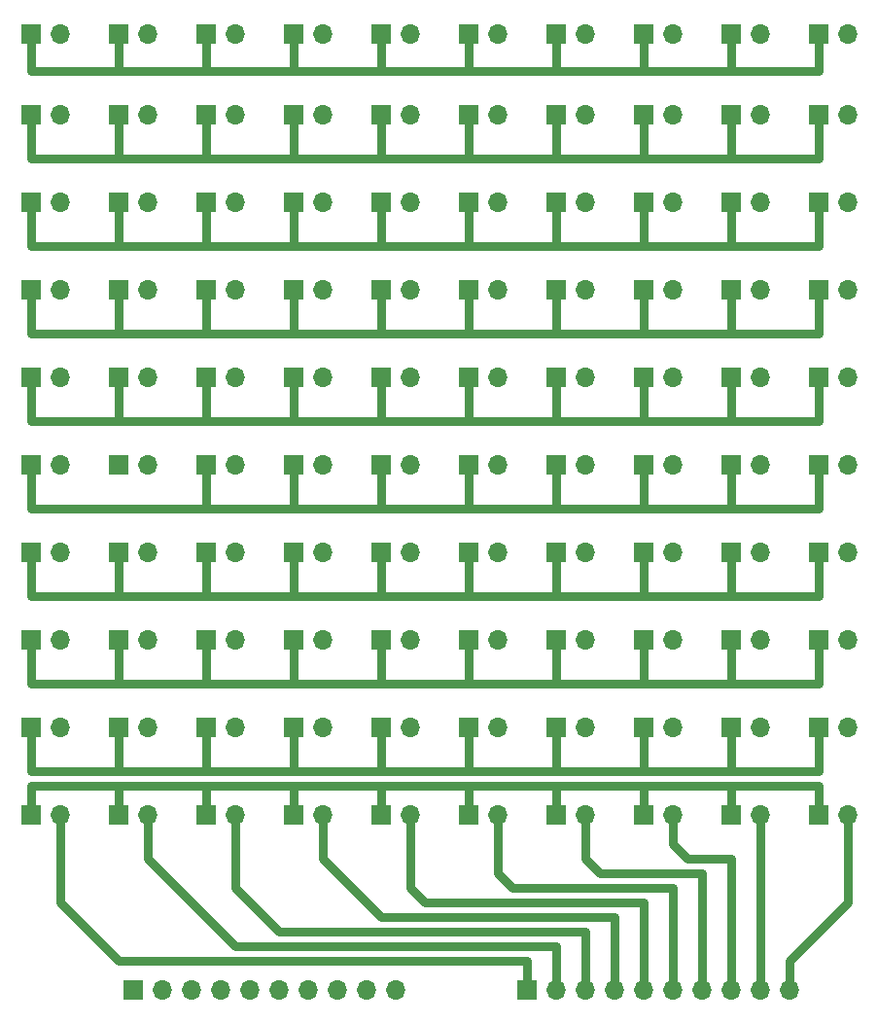
<source format=gbr>
%TF.GenerationSoftware,KiCad,Pcbnew,6.0.11+dfsg-1*%
%TF.CreationDate,2025-10-30T18:07:19+01:00*%
%TF.ProjectId,matrice,6d617472-6963-4652-9e6b-696361645f70,rev?*%
%TF.SameCoordinates,Original*%
%TF.FileFunction,Copper,L1,Top*%
%TF.FilePolarity,Positive*%
%FSLAX46Y46*%
G04 Gerber Fmt 4.6, Leading zero omitted, Abs format (unit mm)*
G04 Created by KiCad (PCBNEW 6.0.11+dfsg-1) date 2025-10-30 18:07:19*
%MOMM*%
%LPD*%
G01*
G04 APERTURE LIST*
%TA.AperFunction,ComponentPad*%
%ADD10R,1.700000X1.700000*%
%TD*%
%TA.AperFunction,ComponentPad*%
%ADD11O,1.700000X1.700000*%
%TD*%
%TA.AperFunction,Conductor*%
%ADD12C,0.800000*%
%TD*%
G04 APERTURE END LIST*
D10*
%TO.P,REF\u002A\u002A,1*%
%TO.N,N/C*%
X139700000Y-60960000D03*
D11*
%TO.P,REF\u002A\u002A,2*%
X142240000Y-60960000D03*
%TD*%
D10*
%TO.P,REF\u002A\u002A,1*%
%TO.N,N/C*%
X162540000Y-53950000D03*
D11*
%TO.P,REF\u002A\u002A,2*%
X165080000Y-53950000D03*
%TD*%
D10*
%TO.P,REF\u002A\u002A,1*%
%TO.N,N/C*%
X109220000Y-68580000D03*
D11*
%TO.P,REF\u002A\u002A,2*%
X111760000Y-68580000D03*
%TD*%
D10*
%TO.P,REF\u002A\u002A,1*%
%TO.N,N/C*%
X147320000Y-60960000D03*
D11*
%TO.P,REF\u002A\u002A,2*%
X149860000Y-60960000D03*
%TD*%
D10*
%TO.P,REF\u002A\u002A,1*%
%TO.N,N/C*%
X101580000Y-99060000D03*
D11*
%TO.P,REF\u002A\u002A,2*%
X104120000Y-99060000D03*
%TD*%
D10*
%TO.P,REF\u002A\u002A,1*%
%TO.N,N/C*%
X139700000Y-53950000D03*
D11*
%TO.P,REF\u002A\u002A,2*%
X142240000Y-53950000D03*
%TD*%
D10*
%TO.P,REF\u002A\u002A,1*%
%TO.N,N/C*%
X170160000Y-99060000D03*
D11*
%TO.P,REF\u002A\u002A,2*%
X172700000Y-99060000D03*
%TD*%
D10*
%TO.P,REF\u002A\u002A,1*%
%TO.N,N/C*%
X170160000Y-60960000D03*
D11*
%TO.P,REF\u002A\u002A,2*%
X172700000Y-60960000D03*
%TD*%
D10*
%TO.P,REF\u002A\u002A,1*%
%TO.N,N/C*%
X124460000Y-68580000D03*
D11*
%TO.P,REF\u002A\u002A,2*%
X127000000Y-68580000D03*
%TD*%
D10*
%TO.P,REF\u002A\u002A,1*%
%TO.N,N/C*%
X139700000Y-68580000D03*
D11*
%TO.P,REF\u002A\u002A,2*%
X142240000Y-68580000D03*
%TD*%
D10*
%TO.P,REF\u002A\u002A,1*%
%TO.N,N/C*%
X109220000Y-83820000D03*
D11*
%TO.P,REF\u002A\u002A,2*%
X111760000Y-83820000D03*
%TD*%
D10*
%TO.P,REF\u002A\u002A,1*%
%TO.N,N/C*%
X154920000Y-60960000D03*
D11*
%TO.P,REF\u002A\u002A,2*%
X157460000Y-60960000D03*
%TD*%
D10*
%TO.P,REF\u002A\u002A,1*%
%TO.N,N/C*%
X109220000Y-99060000D03*
D11*
%TO.P,REF\u002A\u002A,2*%
X111760000Y-99060000D03*
%TD*%
D10*
%TO.P,REF\u002A\u002A,1*%
%TO.N,N/C*%
X147320000Y-76200000D03*
D11*
%TO.P,REF\u002A\u002A,2*%
X149860000Y-76200000D03*
%TD*%
D10*
%TO.P,REF\u002A\u002A,1*%
%TO.N,N/C*%
X109220000Y-91440000D03*
D11*
%TO.P,REF\u002A\u002A,2*%
X111760000Y-91440000D03*
%TD*%
D10*
%TO.P,REF\u002A\u002A,1*%
%TO.N,N/C*%
X139700000Y-91440000D03*
D11*
%TO.P,REF\u002A\u002A,2*%
X142240000Y-91440000D03*
%TD*%
D10*
%TO.P,REF\u002A\u002A,1*%
%TO.N,N/C*%
X109220000Y-114300000D03*
D11*
%TO.P,REF\u002A\u002A,2*%
X111760000Y-114300000D03*
%TD*%
D10*
%TO.P,REF\u002A\u002A,1*%
%TO.N,N/C*%
X154920000Y-114300000D03*
D11*
%TO.P,REF\u002A\u002A,2*%
X157460000Y-114300000D03*
%TD*%
D10*
%TO.P,REF\u002A\u002A,1*%
%TO.N,N/C*%
X101580000Y-53950000D03*
D11*
%TO.P,REF\u002A\u002A,2*%
X104120000Y-53950000D03*
%TD*%
D10*
%TO.P,REF\u002A\u002A,1*%
%TO.N,N/C*%
X116820000Y-68580000D03*
D11*
%TO.P,REF\u002A\u002A,2*%
X119360000Y-68580000D03*
%TD*%
D10*
%TO.P,REF\u002A\u002A,1*%
%TO.N,N/C*%
X170160000Y-76200000D03*
D11*
%TO.P,REF\u002A\u002A,2*%
X172700000Y-76200000D03*
%TD*%
D10*
%TO.P,REF\u002A\u002A,1*%
%TO.N,N/C*%
X116820000Y-76200000D03*
D11*
%TO.P,REF\u002A\u002A,2*%
X119360000Y-76200000D03*
%TD*%
D10*
%TO.P,REF\u002A\u002A,1*%
%TO.N,N/C*%
X116820000Y-121920000D03*
D11*
%TO.P,REF\u002A\u002A,2*%
X119360000Y-121920000D03*
%TD*%
D10*
%TO.P,REF\u002A\u002A,1*%
%TO.N,N/C*%
X109220000Y-106680000D03*
D11*
%TO.P,REF\u002A\u002A,2*%
X111760000Y-106680000D03*
%TD*%
D10*
%TO.P,REF\u002A\u002A,1*%
%TO.N,N/C*%
X132060000Y-121920000D03*
D11*
%TO.P,REF\u002A\u002A,2*%
X134600000Y-121920000D03*
%TD*%
D10*
%TO.P,REF\u002A\u002A,1*%
%TO.N,N/C*%
X147320000Y-114300000D03*
D11*
%TO.P,REF\u002A\u002A,2*%
X149860000Y-114300000D03*
%TD*%
D10*
%TO.P,REF\u002A\u002A,1*%
%TO.N,N/C*%
X154920000Y-121920000D03*
D11*
%TO.P,REF\u002A\u002A,2*%
X157460000Y-121920000D03*
%TD*%
D10*
%TO.P,REF\u002A\u002A,1*%
%TO.N,N/C*%
X139700000Y-99060000D03*
D11*
%TO.P,REF\u002A\u002A,2*%
X142240000Y-99060000D03*
%TD*%
D10*
%TO.P,REF\u002A\u002A,1*%
%TO.N,N/C*%
X154920000Y-53950000D03*
D11*
%TO.P,REF\u002A\u002A,2*%
X157460000Y-53950000D03*
%TD*%
D10*
%TO.P,REF\u002A\u002A,1*%
%TO.N,N/C*%
X147320000Y-83820000D03*
D11*
%TO.P,REF\u002A\u002A,2*%
X149860000Y-83820000D03*
%TD*%
D10*
%TO.P,REF\u002A\u002A,1*%
%TO.N,N/C*%
X170160000Y-114300000D03*
D11*
%TO.P,REF\u002A\u002A,2*%
X172700000Y-114300000D03*
%TD*%
D10*
%TO.P,REF\u002A\u002A,1*%
%TO.N,N/C*%
X139700000Y-83820000D03*
D11*
%TO.P,REF\u002A\u002A,2*%
X142240000Y-83820000D03*
%TD*%
D10*
%TO.P,REF\u002A\u002A,1*%
%TO.N,N/C*%
X132060000Y-68580000D03*
D11*
%TO.P,REF\u002A\u002A,2*%
X134600000Y-68580000D03*
%TD*%
D10*
%TO.P,REF\u002A\u002A,1*%
%TO.N,N/C*%
X147320000Y-121920000D03*
D11*
%TO.P,REF\u002A\u002A,2*%
X149860000Y-121920000D03*
%TD*%
D10*
%TO.P,REF\u002A\u002A,1*%
%TO.N,N/C*%
X101580000Y-83820000D03*
D11*
%TO.P,REF\u002A\u002A,2*%
X104120000Y-83820000D03*
%TD*%
D10*
%TO.P,REF\u002A\u002A,1*%
%TO.N,N/C*%
X147320000Y-53950000D03*
D11*
%TO.P,REF\u002A\u002A,2*%
X149860000Y-53950000D03*
%TD*%
D10*
%TO.P,REF\u002A\u002A,1*%
%TO.N,N/C*%
X170160000Y-106680000D03*
D11*
%TO.P,REF\u002A\u002A,2*%
X172700000Y-106680000D03*
%TD*%
D10*
%TO.P,REF\u002A\u002A,1*%
%TO.N,N/C*%
X170160000Y-68580000D03*
D11*
%TO.P,REF\u002A\u002A,2*%
X172700000Y-68580000D03*
%TD*%
D10*
%TO.P,REF\u002A\u002A,1*%
%TO.N,N/C*%
X132060000Y-91440000D03*
D11*
%TO.P,REF\u002A\u002A,2*%
X134600000Y-91440000D03*
%TD*%
D10*
%TO.P,REF\u002A\u002A,1*%
%TO.N,N/C*%
X139700000Y-106680000D03*
D11*
%TO.P,REF\u002A\u002A,2*%
X142240000Y-106680000D03*
%TD*%
D10*
%TO.P,REF\u002A\u002A,1*%
%TO.N,N/C*%
X124460000Y-121920000D03*
D11*
%TO.P,REF\u002A\u002A,2*%
X127000000Y-121920000D03*
%TD*%
D10*
%TO.P,REF\u002A\u002A,1*%
%TO.N,N/C*%
X162540000Y-60960000D03*
D11*
%TO.P,REF\u002A\u002A,2*%
X165080000Y-60960000D03*
%TD*%
D10*
%TO.P,REF\u002A\u002A,1*%
%TO.N,N/C*%
X162540000Y-76200000D03*
D11*
%TO.P,REF\u002A\u002A,2*%
X165080000Y-76200000D03*
%TD*%
D10*
%TO.P,REF\u002A\u002A,1*%
%TO.N,N/C*%
X170160000Y-91440000D03*
D11*
%TO.P,REF\u002A\u002A,2*%
X172700000Y-91440000D03*
%TD*%
D10*
%TO.P,REF\u002A\u002A,1*%
%TO.N,N/C*%
X109220000Y-121920000D03*
D11*
%TO.P,REF\u002A\u002A,2*%
X111760000Y-121920000D03*
%TD*%
D10*
%TO.P,REF\u002A\u002A,1*%
%TO.N,N/C*%
X154920000Y-83820000D03*
D11*
%TO.P,REF\u002A\u002A,2*%
X157460000Y-83820000D03*
%TD*%
D10*
%TO.P,REF\u002A\u002A,1*%
%TO.N,N/C*%
X170160000Y-83820000D03*
D11*
%TO.P,REF\u002A\u002A,2*%
X172700000Y-83820000D03*
%TD*%
D10*
%TO.P,REF\u002A\u002A,1*%
%TO.N,N/C*%
X162540000Y-91440000D03*
D11*
%TO.P,REF\u002A\u002A,2*%
X165080000Y-91440000D03*
%TD*%
D10*
%TO.P,REF\u002A\u002A,1*%
%TO.N,N/C*%
X132060000Y-53950000D03*
D11*
%TO.P,REF\u002A\u002A,2*%
X134600000Y-53950000D03*
%TD*%
D10*
%TO.P,REF\u002A\u002A,1*%
%TO.N,N/C*%
X116820000Y-91440000D03*
D11*
%TO.P,REF\u002A\u002A,2*%
X119360000Y-91440000D03*
%TD*%
D10*
%TO.P,REF\u002A\u002A,1*%
%TO.N,N/C*%
X124460000Y-83820000D03*
D11*
%TO.P,REF\u002A\u002A,2*%
X127000000Y-83820000D03*
%TD*%
D10*
%TO.P,REF\u002A\u002A,1*%
%TO.N,N/C*%
X101580000Y-114300000D03*
D11*
%TO.P,REF\u002A\u002A,2*%
X104120000Y-114300000D03*
%TD*%
D10*
%TO.P,REF\u002A\u002A,1*%
%TO.N,N/C*%
X109220000Y-60960000D03*
D11*
%TO.P,REF\u002A\u002A,2*%
X111760000Y-60960000D03*
%TD*%
D10*
%TO.P,REF\u002A\u002A,1*%
%TO.N,N/C*%
X154920000Y-106680000D03*
D11*
%TO.P,REF\u002A\u002A,2*%
X157460000Y-106680000D03*
%TD*%
D10*
%TO.P,REF\u002A\u002A,1*%
%TO.N,N/C*%
X147320000Y-91440000D03*
D11*
%TO.P,REF\u002A\u002A,2*%
X149860000Y-91440000D03*
%TD*%
D10*
%TO.P,REF\u002A\u002A,1*%
%TO.N,N/C*%
X144810000Y-137135000D03*
D11*
%TO.P,REF\u002A\u002A,2*%
X147350000Y-137135000D03*
%TO.P,REF\u002A\u002A,3*%
X149890000Y-137135000D03*
%TO.P,REF\u002A\u002A,4*%
X152430000Y-137135000D03*
%TO.P,REF\u002A\u002A,5*%
X154970000Y-137135000D03*
%TO.P,REF\u002A\u002A,6*%
X157510000Y-137135000D03*
%TO.P,REF\u002A\u002A,7*%
X160050000Y-137135000D03*
%TO.P,REF\u002A\u002A,8*%
X162590000Y-137135000D03*
%TO.P,REF\u002A\u002A,9*%
X165130000Y-137135000D03*
%TO.P,REF\u002A\u002A,10*%
X167670000Y-137135000D03*
%TD*%
D10*
%TO.P,REF\u002A\u002A,1*%
%TO.N,N/C*%
X147320000Y-68580000D03*
D11*
%TO.P,REF\u002A\u002A,2*%
X149860000Y-68580000D03*
%TD*%
D10*
%TO.P,REF\u002A\u002A,1*%
%TO.N,N/C*%
X101580000Y-68580000D03*
D11*
%TO.P,REF\u002A\u002A,2*%
X104120000Y-68580000D03*
%TD*%
D10*
%TO.P,REF\u002A\u002A,1*%
%TO.N,N/C*%
X147320000Y-99060000D03*
D11*
%TO.P,REF\u002A\u002A,2*%
X149860000Y-99060000D03*
%TD*%
D10*
%TO.P,REF\u002A\u002A,1*%
%TO.N,N/C*%
X124460000Y-53950000D03*
D11*
%TO.P,REF\u002A\u002A,2*%
X127000000Y-53950000D03*
%TD*%
D10*
%TO.P,REF\u002A\u002A,1*%
%TO.N,N/C*%
X154920000Y-76200000D03*
D11*
%TO.P,REF\u002A\u002A,2*%
X157460000Y-76200000D03*
%TD*%
D10*
%TO.P,REF\u002A\u002A,1*%
%TO.N,N/C*%
X124460000Y-106680000D03*
D11*
%TO.P,REF\u002A\u002A,2*%
X127000000Y-106680000D03*
%TD*%
D10*
%TO.P,REF\u002A\u002A,1*%
%TO.N,N/C*%
X154920000Y-91440000D03*
D11*
%TO.P,REF\u002A\u002A,2*%
X157460000Y-91440000D03*
%TD*%
D10*
%TO.P,REF\u002A\u002A,1*%
%TO.N,N/C*%
X162540000Y-121920000D03*
D11*
%TO.P,REF\u002A\u002A,2*%
X165080000Y-121920000D03*
%TD*%
D10*
%TO.P,REF\u002A\u002A,1*%
%TO.N,N/C*%
X116820000Y-60960000D03*
D11*
%TO.P,REF\u002A\u002A,2*%
X119360000Y-60960000D03*
%TD*%
D10*
%TO.P,REF\u002A\u002A,1*%
%TO.N,N/C*%
X124460000Y-91440000D03*
D11*
%TO.P,REF\u002A\u002A,2*%
X127000000Y-91440000D03*
%TD*%
D10*
%TO.P,REF\u002A\u002A,1*%
%TO.N,N/C*%
X162540000Y-99060000D03*
D11*
%TO.P,REF\u002A\u002A,2*%
X165080000Y-99060000D03*
%TD*%
D10*
%TO.P,REF\u002A\u002A,1*%
%TO.N,N/C*%
X124460000Y-60960000D03*
D11*
%TO.P,REF\u002A\u002A,2*%
X127000000Y-60960000D03*
%TD*%
D10*
%TO.P,REF\u002A\u002A,1*%
%TO.N,N/C*%
X162540000Y-114300000D03*
D11*
%TO.P,REF\u002A\u002A,2*%
X165080000Y-114300000D03*
%TD*%
D10*
%TO.P,REF\u002A\u002A,1*%
%TO.N,N/C*%
X132060000Y-106680000D03*
D11*
%TO.P,REF\u002A\u002A,2*%
X134600000Y-106680000D03*
%TD*%
D10*
%TO.P,REF\u002A\u002A,1*%
%TO.N,N/C*%
X170160000Y-53950000D03*
D11*
%TO.P,REF\u002A\u002A,2*%
X172700000Y-53950000D03*
%TD*%
D10*
%TO.P,REF\u002A\u002A,1*%
%TO.N,N/C*%
X101580000Y-106680000D03*
D11*
%TO.P,REF\u002A\u002A,2*%
X104120000Y-106680000D03*
%TD*%
D10*
%TO.P,REF\u002A\u002A,1*%
%TO.N,N/C*%
X132060000Y-83820000D03*
D11*
%TO.P,REF\u002A\u002A,2*%
X134600000Y-83820000D03*
%TD*%
D10*
%TO.P,REF\u002A\u002A,1*%
%TO.N,N/C*%
X132060000Y-60960000D03*
D11*
%TO.P,REF\u002A\u002A,2*%
X134600000Y-60960000D03*
%TD*%
D10*
%TO.P,REF\u002A\u002A,1*%
%TO.N,N/C*%
X116820000Y-106680000D03*
D11*
%TO.P,REF\u002A\u002A,2*%
X119360000Y-106680000D03*
%TD*%
D10*
%TO.P,REF\u002A\u002A,1*%
%TO.N,N/C*%
X170160000Y-121920000D03*
D11*
%TO.P,REF\u002A\u002A,2*%
X172700000Y-121920000D03*
%TD*%
D10*
%TO.P,REF\u002A\u002A,1*%
%TO.N,N/C*%
X101580000Y-91440000D03*
D11*
%TO.P,REF\u002A\u002A,2*%
X104120000Y-91440000D03*
%TD*%
D10*
%TO.P,REF\u002A\u002A,1*%
%TO.N,N/C*%
X116820000Y-114300000D03*
D11*
%TO.P,REF\u002A\u002A,2*%
X119360000Y-114300000D03*
%TD*%
D10*
%TO.P,REF\u002A\u002A,1*%
%TO.N,N/C*%
X139700000Y-114300000D03*
D11*
%TO.P,REF\u002A\u002A,2*%
X142240000Y-114300000D03*
%TD*%
D10*
%TO.P,REF\u002A\u002A,1*%
%TO.N,N/C*%
X162540000Y-106680000D03*
D11*
%TO.P,REF\u002A\u002A,2*%
X165080000Y-106680000D03*
%TD*%
D10*
%TO.P,REF\u002A\u002A,1*%
%TO.N,N/C*%
X124460000Y-99060000D03*
D11*
%TO.P,REF\u002A\u002A,2*%
X127000000Y-99060000D03*
%TD*%
D10*
%TO.P,REF\u002A\u002A,1*%
%TO.N,N/C*%
X101580000Y-121920000D03*
D11*
%TO.P,REF\u002A\u002A,2*%
X104120000Y-121920000D03*
%TD*%
D10*
%TO.P,REF\u002A\u002A,1*%
%TO.N,N/C*%
X132060000Y-99060000D03*
D11*
%TO.P,REF\u002A\u002A,2*%
X134600000Y-99060000D03*
%TD*%
D10*
%TO.P,REF\u002A\u002A,1*%
%TO.N,N/C*%
X132060000Y-114300000D03*
D11*
%TO.P,REF\u002A\u002A,2*%
X134600000Y-114300000D03*
%TD*%
D10*
%TO.P,REF\u002A\u002A,1*%
%TO.N,N/C*%
X109220000Y-76200000D03*
D11*
%TO.P,REF\u002A\u002A,2*%
X111760000Y-76200000D03*
%TD*%
D10*
%TO.P,REF\u002A\u002A,1*%
%TO.N,N/C*%
X139700000Y-121920000D03*
D11*
%TO.P,REF\u002A\u002A,2*%
X142240000Y-121920000D03*
%TD*%
D10*
%TO.P,REF\u002A\u002A,1*%
%TO.N,N/C*%
X162540000Y-68580000D03*
D11*
%TO.P,REF\u002A\u002A,2*%
X165080000Y-68580000D03*
%TD*%
D10*
%TO.P,REF\u002A\u002A,1*%
%TO.N,N/C*%
X101580000Y-60960000D03*
D11*
%TO.P,REF\u002A\u002A,2*%
X104120000Y-60960000D03*
%TD*%
D10*
%TO.P,REF\u002A\u002A,1*%
%TO.N,N/C*%
X162540000Y-83820000D03*
D11*
%TO.P,REF\u002A\u002A,2*%
X165080000Y-83820000D03*
%TD*%
D10*
%TO.P,REF\u002A\u002A,1*%
%TO.N,N/C*%
X147320000Y-106680000D03*
D11*
%TO.P,REF\u002A\u002A,2*%
X149860000Y-106680000D03*
%TD*%
D10*
%TO.P,REF\u002A\u002A,1*%
%TO.N,N/C*%
X110520000Y-137135000D03*
D11*
%TO.P,REF\u002A\u002A,2*%
X113060000Y-137135000D03*
%TO.P,REF\u002A\u002A,3*%
X115600000Y-137135000D03*
%TO.P,REF\u002A\u002A,4*%
X118140000Y-137135000D03*
%TO.P,REF\u002A\u002A,5*%
X120680000Y-137135000D03*
%TO.P,REF\u002A\u002A,6*%
X123220000Y-137135000D03*
%TO.P,REF\u002A\u002A,7*%
X125760000Y-137135000D03*
%TO.P,REF\u002A\u002A,8*%
X128300000Y-137135000D03*
%TO.P,REF\u002A\u002A,9*%
X130840000Y-137135000D03*
%TO.P,REF\u002A\u002A,10*%
X133380000Y-137135000D03*
%TD*%
D10*
%TO.P,REF\u002A\u002A,1*%
%TO.N,N/C*%
X116820000Y-99060000D03*
D11*
%TO.P,REF\u002A\u002A,2*%
X119360000Y-99060000D03*
%TD*%
D10*
%TO.P,REF\u002A\u002A,1*%
%TO.N,N/C*%
X101580000Y-76200000D03*
D11*
%TO.P,REF\u002A\u002A,2*%
X104120000Y-76200000D03*
%TD*%
D10*
%TO.P,REF\u002A\u002A,1*%
%TO.N,N/C*%
X109220000Y-53950000D03*
D11*
%TO.P,REF\u002A\u002A,2*%
X111760000Y-53950000D03*
%TD*%
D10*
%TO.P,REF\u002A\u002A,1*%
%TO.N,N/C*%
X154920000Y-68580000D03*
D11*
%TO.P,REF\u002A\u002A,2*%
X157460000Y-68580000D03*
%TD*%
D10*
%TO.P,REF\u002A\u002A,1*%
%TO.N,N/C*%
X116820000Y-53950000D03*
D11*
%TO.P,REF\u002A\u002A,2*%
X119360000Y-53950000D03*
%TD*%
D10*
%TO.P,REF\u002A\u002A,1*%
%TO.N,N/C*%
X139700000Y-76200000D03*
D11*
%TO.P,REF\u002A\u002A,2*%
X142240000Y-76200000D03*
%TD*%
D10*
%TO.P,REF\u002A\u002A,1*%
%TO.N,N/C*%
X124460000Y-76200000D03*
D11*
%TO.P,REF\u002A\u002A,2*%
X127000000Y-76200000D03*
%TD*%
D10*
%TO.P,REF\u002A\u002A,1*%
%TO.N,N/C*%
X116820000Y-83820000D03*
D11*
%TO.P,REF\u002A\u002A,2*%
X119360000Y-83820000D03*
%TD*%
D10*
%TO.P,REF\u002A\u002A,1*%
%TO.N,N/C*%
X124460000Y-114300000D03*
D11*
%TO.P,REF\u002A\u002A,2*%
X127000000Y-114300000D03*
%TD*%
D10*
%TO.P,REF\u002A\u002A,1*%
%TO.N,N/C*%
X132060000Y-76200000D03*
D11*
%TO.P,REF\u002A\u002A,2*%
X134600000Y-76200000D03*
%TD*%
D10*
%TO.P,REF\u002A\u002A,1*%
%TO.N,N/C*%
X154920000Y-99060000D03*
D11*
%TO.P,REF\u002A\u002A,2*%
X157460000Y-99060000D03*
%TD*%
D12*
%TO.N,*%
X162560000Y-95250000D02*
X170140000Y-95250000D01*
X170160000Y-87610000D02*
X170160000Y-83820000D01*
X101580000Y-102850000D02*
X101600000Y-102870000D01*
X147320000Y-80010000D02*
X154940000Y-80010000D01*
X109220000Y-121920000D02*
X109220000Y-119380000D01*
X160050000Y-127030000D02*
X160050000Y-137135000D01*
X132080000Y-87630000D02*
X139700000Y-87630000D01*
X132060000Y-114300000D02*
X132060000Y-118090000D01*
X132060000Y-106680000D02*
X132060000Y-110470000D01*
X152430000Y-130840000D02*
X152400000Y-130810000D01*
X124460000Y-60960000D02*
X124460000Y-64770000D01*
X147320000Y-57150000D02*
X154940000Y-57150000D01*
X124226000Y-53950000D02*
X124460000Y-54184000D01*
X170160000Y-57150000D02*
X170160000Y-53950000D01*
X143510000Y-128270000D02*
X142240000Y-127000000D01*
X154940000Y-80010000D02*
X162560000Y-80010000D01*
X162560000Y-87630000D02*
X170140000Y-87630000D01*
X154920000Y-60960000D02*
X154920000Y-64750000D01*
X109220000Y-119380000D02*
X110490000Y-119380000D01*
X139700000Y-83820000D02*
X139700000Y-87630000D01*
X157460000Y-124440000D02*
X157460000Y-121920000D01*
X101600000Y-72390000D02*
X109220000Y-72390000D01*
X162540000Y-114300000D02*
X162540000Y-118090000D01*
X101580000Y-118090000D02*
X101600000Y-118110000D01*
X109220000Y-118110000D02*
X116840000Y-118110000D01*
X170160000Y-119400000D02*
X170180000Y-119380000D01*
X162540000Y-102850000D02*
X162560000Y-102870000D01*
X134600000Y-128250000D02*
X135890000Y-129540000D01*
X101580000Y-79990000D02*
X101600000Y-80010000D01*
X162540000Y-119400000D02*
X162560000Y-119380000D01*
X116840000Y-110490000D02*
X124460000Y-110490000D01*
X110490000Y-119380000D02*
X124460000Y-119380000D01*
X101580000Y-106680000D02*
X101580000Y-110470000D01*
X157480000Y-128270000D02*
X143510000Y-128270000D01*
X172700000Y-129560000D02*
X172700000Y-121920000D01*
X109220000Y-64770000D02*
X116840000Y-64770000D01*
X162540000Y-110470000D02*
X162560000Y-110490000D01*
X154920000Y-64750000D02*
X154940000Y-64770000D01*
X116820000Y-57130000D02*
X116840000Y-57150000D01*
X109220000Y-102870000D02*
X116840000Y-102870000D01*
X154940000Y-72390000D02*
X162560000Y-72390000D01*
X101580000Y-114300000D02*
X101580000Y-118090000D01*
X154920000Y-119400000D02*
X154940000Y-119380000D01*
X101600000Y-80010000D02*
X109220000Y-80010000D01*
X167670000Y-137135000D02*
X167670000Y-134590000D01*
X101580000Y-87610000D02*
X101600000Y-87630000D01*
X147320000Y-60960000D02*
X147320000Y-64770000D01*
X116840000Y-87630000D02*
X124460000Y-87630000D01*
X162560000Y-72390000D02*
X170180000Y-72390000D01*
X132080000Y-64770000D02*
X139700000Y-64770000D01*
X147350000Y-133380000D02*
X147320000Y-133350000D01*
X154940000Y-64770000D02*
X170180000Y-64770000D01*
X147320000Y-53950000D02*
X147320000Y-57150000D01*
X139700000Y-114300000D02*
X139700000Y-118110000D01*
X154920000Y-68580000D02*
X154920000Y-72370000D01*
X154920000Y-106680000D02*
X154920000Y-110470000D01*
X109220000Y-114300000D02*
X109220000Y-118110000D01*
X170160000Y-64750000D02*
X170180000Y-64770000D01*
X139700000Y-80010000D02*
X147320000Y-80010000D01*
X151130000Y-127000000D02*
X160020000Y-127000000D01*
X124460000Y-121920000D02*
X124460000Y-119380000D01*
X132080000Y-80010000D02*
X139700000Y-80010000D01*
X154920000Y-76200000D02*
X154920000Y-79990000D01*
X109220000Y-53950000D02*
X109220000Y-57150000D01*
X147320000Y-68580000D02*
X147320000Y-72390000D01*
X147320000Y-110490000D02*
X154940000Y-110490000D01*
X162540000Y-64750000D02*
X162560000Y-64770000D01*
X162540000Y-87610000D02*
X162560000Y-87630000D01*
X154920000Y-72370000D02*
X154940000Y-72390000D01*
X111760000Y-125730000D02*
X111760000Y-121920000D01*
X109220000Y-68580000D02*
X109220000Y-72390000D01*
X162540000Y-72370000D02*
X162560000Y-72390000D01*
X170160000Y-72370000D02*
X170180000Y-72390000D01*
X154920000Y-79990000D02*
X154940000Y-80010000D01*
X132060000Y-110470000D02*
X132080000Y-110490000D01*
X144810000Y-134650000D02*
X144810000Y-137135000D01*
X139700000Y-68580000D02*
X139700000Y-72390000D01*
X124460000Y-106680000D02*
X124460000Y-110490000D01*
X101580000Y-64750000D02*
X101600000Y-64770000D01*
X124460000Y-118110000D02*
X132080000Y-118110000D01*
X142240000Y-127000000D02*
X142240000Y-121920000D01*
X139700000Y-106680000D02*
X139700000Y-110490000D01*
X101580000Y-76200000D02*
X101580000Y-79990000D01*
X116820000Y-64750000D02*
X116840000Y-64770000D01*
X101580000Y-119400000D02*
X101600000Y-119380000D01*
X162540000Y-79990000D02*
X170160000Y-79990000D01*
X124460000Y-91440000D02*
X124460000Y-95250000D01*
X147320000Y-99060000D02*
X147320000Y-102870000D01*
X132060000Y-83820000D02*
X132060000Y-87610000D01*
X170160000Y-76200000D02*
X170160000Y-79990000D01*
X139700000Y-53950000D02*
X139700000Y-57150000D01*
X101600000Y-110490000D02*
X109220000Y-110490000D01*
X132060000Y-99060000D02*
X132060000Y-102850000D01*
X165080000Y-121920000D02*
X165080000Y-137085000D01*
X154920000Y-57130000D02*
X154940000Y-57150000D01*
X132060000Y-102850000D02*
X132080000Y-102870000D01*
X147320000Y-72390000D02*
X154940000Y-72390000D01*
X149860000Y-121920000D02*
X149860000Y-125730000D01*
X101600000Y-57150000D02*
X109220000Y-57150000D01*
X139700000Y-121920000D02*
X139700000Y-119380000D01*
X139700000Y-57150000D02*
X147320000Y-57150000D01*
X147320000Y-118110000D02*
X154940000Y-118110000D01*
X109220000Y-106680000D02*
X109220000Y-110490000D01*
X124460000Y-87630000D02*
X132080000Y-87630000D01*
X139700000Y-87630000D02*
X147320000Y-87630000D01*
X132080000Y-130810000D02*
X127000000Y-125730000D01*
X101580000Y-121920000D02*
X101580000Y-119400000D01*
X139700000Y-102870000D02*
X147320000Y-102870000D01*
X147320000Y-76200000D02*
X147320000Y-80010000D01*
X132060000Y-119400000D02*
X132060000Y-121920000D01*
X116840000Y-95250000D02*
X124460000Y-95250000D01*
X132060000Y-53950000D02*
X132060000Y-57130000D01*
X147320000Y-95250000D02*
X154940000Y-95250000D01*
X162540000Y-121920000D02*
X162540000Y-119400000D01*
X101580000Y-54184000D02*
X101580000Y-57130000D01*
X101580000Y-110470000D02*
X101600000Y-110490000D01*
X116820000Y-114300000D02*
X116820000Y-118090000D01*
X116820000Y-110470000D02*
X116840000Y-110490000D01*
X139700000Y-91440000D02*
X139700000Y-95250000D01*
X132060000Y-91440000D02*
X132060000Y-95230000D01*
X147320000Y-102870000D02*
X154940000Y-102870000D01*
X149860000Y-125730000D02*
X151130000Y-127000000D01*
X124460000Y-54184000D02*
X124460000Y-57150000D01*
X162540000Y-91440000D02*
X162540000Y-95230000D01*
X147320000Y-83820000D02*
X147320000Y-87630000D01*
X116820000Y-95230000D02*
X116840000Y-95250000D01*
X162590000Y-125760000D02*
X162560000Y-125730000D01*
X162560000Y-102870000D02*
X170140000Y-102870000D01*
X101580000Y-83820000D02*
X101580000Y-87610000D01*
X170160000Y-102850000D02*
X170160000Y-99060000D01*
X162560000Y-54204000D02*
X162560000Y-57150000D01*
X124460000Y-76200000D02*
X124460000Y-80010000D01*
X162540000Y-60960000D02*
X162540000Y-64750000D01*
X139700000Y-64770000D02*
X147320000Y-64770000D01*
X132080000Y-119380000D02*
X132060000Y-119400000D01*
X116820000Y-79990000D02*
X116840000Y-80010000D01*
X124460000Y-80010000D02*
X132080000Y-80010000D01*
X154940000Y-110490000D02*
X162560000Y-110490000D01*
X139700000Y-118110000D02*
X147320000Y-118110000D01*
X116820000Y-106680000D02*
X116820000Y-110470000D01*
X154940000Y-129540000D02*
X154970000Y-129570000D01*
X147320000Y-133350000D02*
X119380000Y-133350000D01*
X116820000Y-53950000D02*
X116820000Y-57130000D01*
X170140000Y-118110000D02*
X170160000Y-118090000D01*
X124460000Y-95250000D02*
X132080000Y-95250000D01*
X139700000Y-76200000D02*
X139700000Y-80010000D01*
X104120000Y-129520000D02*
X109220000Y-134620000D01*
X109220000Y-83820000D02*
X109220000Y-87630000D01*
X162540000Y-76200000D02*
X162540000Y-79990000D01*
X124460000Y-99060000D02*
X124460000Y-102870000D01*
X132060000Y-57130000D02*
X132080000Y-57150000D01*
X132060000Y-118090000D02*
X132080000Y-118110000D01*
X132060000Y-95230000D02*
X132080000Y-95250000D01*
X158750000Y-125730000D02*
X157460000Y-124440000D01*
X116840000Y-118110000D02*
X124460000Y-118110000D01*
X154920000Y-83820000D02*
X154920000Y-87610000D01*
X109220000Y-134620000D02*
X144780000Y-134620000D01*
X124460000Y-72390000D02*
X132080000Y-72390000D01*
X162560000Y-125730000D02*
X158750000Y-125730000D01*
X109220000Y-76200000D02*
X109220000Y-80010000D01*
X162540000Y-79990000D02*
X162560000Y-80010000D01*
X170140000Y-110490000D02*
X170160000Y-110470000D01*
X101346000Y-53950000D02*
X101580000Y-54184000D01*
X109220000Y-60960000D02*
X109220000Y-64770000D01*
X101600000Y-119380000D02*
X110490000Y-119380000D01*
X162540000Y-68580000D02*
X162540000Y-72370000D01*
X162540000Y-83820000D02*
X162540000Y-87610000D01*
X147320000Y-119380000D02*
X139700000Y-119380000D01*
X162540000Y-106680000D02*
X162540000Y-110470000D01*
X154940000Y-119380000D02*
X147320000Y-119380000D01*
X132060000Y-72370000D02*
X132080000Y-72390000D01*
X152430000Y-137135000D02*
X152430000Y-130840000D01*
X147320000Y-64770000D02*
X154940000Y-64770000D01*
X160020000Y-127000000D02*
X160050000Y-127030000D01*
X132080000Y-110490000D02*
X139700000Y-110490000D01*
X116820000Y-91440000D02*
X116820000Y-95230000D01*
X132080000Y-57150000D02*
X139700000Y-57150000D01*
X154920000Y-53950000D02*
X154920000Y-57130000D01*
X119360000Y-128250000D02*
X123190000Y-132080000D01*
X154920000Y-87610000D02*
X154940000Y-87630000D01*
X132060000Y-60960000D02*
X132060000Y-64750000D01*
X116840000Y-64770000D02*
X124460000Y-64770000D01*
X116820000Y-99060000D02*
X116820000Y-102850000D01*
X132080000Y-72390000D02*
X139700000Y-72390000D01*
X139700000Y-60960000D02*
X139700000Y-64770000D01*
X124460000Y-102870000D02*
X132080000Y-102870000D01*
X162560000Y-118110000D02*
X170140000Y-118110000D01*
X154940000Y-57150000D02*
X162560000Y-57150000D01*
X144780000Y-134620000D02*
X144810000Y-134650000D01*
X101580000Y-68580000D02*
X101580000Y-72370000D01*
X154920000Y-99060000D02*
X154920000Y-102850000D01*
X101580000Y-72370000D02*
X101600000Y-72390000D01*
X101580000Y-91440000D02*
X101580000Y-95230000D01*
X147320000Y-121920000D02*
X147320000Y-119380000D01*
X162590000Y-137135000D02*
X162590000Y-125760000D01*
X167670000Y-134590000D02*
X172700000Y-129560000D01*
X116820000Y-121920000D02*
X116820000Y-119400000D01*
X124460000Y-64770000D02*
X132080000Y-64770000D01*
X154940000Y-87630000D02*
X162560000Y-87630000D01*
X101580000Y-57130000D02*
X101600000Y-57150000D01*
X162540000Y-95230000D02*
X162560000Y-95250000D01*
X139700000Y-110490000D02*
X147320000Y-110490000D01*
X101600000Y-102870000D02*
X109220000Y-102870000D01*
X116820000Y-87610000D02*
X116840000Y-87630000D01*
X109220000Y-87630000D02*
X116840000Y-87630000D01*
X109220000Y-110490000D02*
X116840000Y-110490000D01*
X147320000Y-87630000D02*
X154940000Y-87630000D01*
X154920000Y-91440000D02*
X154920000Y-95230000D01*
X170140000Y-95250000D02*
X170160000Y-95230000D01*
X101580000Y-95230000D02*
X101600000Y-95250000D01*
X162540000Y-99060000D02*
X162540000Y-102850000D01*
X147350000Y-137135000D02*
X147350000Y-133380000D01*
X170140000Y-87630000D02*
X170160000Y-87610000D01*
X101580000Y-60960000D02*
X101580000Y-64750000D01*
X116820000Y-68580000D02*
X116820000Y-72370000D01*
X132080000Y-102870000D02*
X139700000Y-102870000D01*
X154940000Y-95250000D02*
X162560000Y-95250000D01*
X147320000Y-114300000D02*
X147320000Y-118110000D01*
X132060000Y-68580000D02*
X132060000Y-72370000D01*
X170160000Y-53950000D02*
X169926000Y-53950000D01*
X109220000Y-72390000D02*
X116840000Y-72390000D01*
X152400000Y-130810000D02*
X132080000Y-130810000D01*
X116820000Y-76200000D02*
X116820000Y-79990000D01*
X162560000Y-57150000D02*
X170160000Y-57150000D01*
X124460000Y-110490000D02*
X132080000Y-110490000D01*
X101600000Y-87630000D02*
X109220000Y-87630000D01*
X154920000Y-110470000D02*
X154940000Y-110490000D01*
X101600000Y-118110000D02*
X109220000Y-118110000D01*
X154970000Y-129570000D02*
X154970000Y-137135000D01*
X157510000Y-128300000D02*
X157480000Y-128270000D01*
X162306000Y-53950000D02*
X162560000Y-54204000D01*
X154920000Y-114300000D02*
X154920000Y-118090000D01*
X170180000Y-119380000D02*
X162560000Y-119380000D01*
X170160000Y-60960000D02*
X170160000Y-64750000D01*
X119360000Y-121920000D02*
X119360000Y-128250000D01*
X154920000Y-121920000D02*
X154920000Y-119400000D01*
X127000000Y-125730000D02*
X127000000Y-121920000D01*
X139700000Y-72390000D02*
X147320000Y-72390000D01*
X139700000Y-99060000D02*
X139700000Y-102870000D01*
X124460000Y-57150000D02*
X132080000Y-57150000D01*
X101600000Y-64770000D02*
X109220000Y-64770000D01*
X154920000Y-118090000D02*
X154940000Y-118110000D01*
X154940000Y-118110000D02*
X162560000Y-118110000D01*
X157510000Y-137135000D02*
X157510000Y-128300000D01*
X116840000Y-119380000D02*
X130810000Y-119380000D01*
X116820000Y-60960000D02*
X116820000Y-64750000D01*
X123190000Y-132080000D02*
X149860000Y-132080000D01*
X119380000Y-133350000D02*
X111760000Y-125730000D01*
X170160000Y-68580000D02*
X170160000Y-72370000D01*
X109220000Y-80010000D02*
X116840000Y-80010000D01*
X149860000Y-132080000D02*
X149890000Y-132110000D01*
X116820000Y-83820000D02*
X116820000Y-87610000D01*
X170160000Y-118090000D02*
X170160000Y-114300000D01*
X154940000Y-102870000D02*
X162560000Y-102870000D01*
X101580000Y-99060000D02*
X101580000Y-102850000D01*
X132060000Y-87610000D02*
X132080000Y-87630000D01*
X132080000Y-118110000D02*
X139700000Y-118110000D01*
X149890000Y-132110000D02*
X149890000Y-137135000D01*
X116840000Y-72390000D02*
X124460000Y-72390000D01*
X109220000Y-57150000D02*
X116840000Y-57150000D01*
X135890000Y-129540000D02*
X154940000Y-129540000D01*
X147320000Y-106680000D02*
X147320000Y-110490000D01*
X162560000Y-119380000D02*
X154940000Y-119380000D01*
X139700000Y-119380000D02*
X130810000Y-119380000D01*
X109220000Y-99060000D02*
X109220000Y-102870000D01*
X116820000Y-119400000D02*
X116840000Y-119380000D01*
X170160000Y-121920000D02*
X170160000Y-119400000D01*
X116840000Y-102870000D02*
X124460000Y-102870000D01*
X116820000Y-102850000D02*
X116840000Y-102870000D01*
X124460000Y-114300000D02*
X124460000Y-118110000D01*
X124460000Y-83820000D02*
X124460000Y-87630000D01*
X130810000Y-119380000D02*
X132080000Y-119380000D01*
X170140000Y-102870000D02*
X170160000Y-102850000D01*
X124460000Y-68580000D02*
X124460000Y-72390000D01*
X139700000Y-95250000D02*
X147320000Y-95250000D01*
X132060000Y-64750000D02*
X132080000Y-64770000D01*
X154920000Y-95230000D02*
X154940000Y-95250000D01*
X165080000Y-137085000D02*
X165130000Y-137135000D01*
X154920000Y-102850000D02*
X154940000Y-102870000D01*
X116820000Y-72370000D02*
X116840000Y-72390000D01*
X132080000Y-95250000D02*
X139700000Y-95250000D01*
X162540000Y-118090000D02*
X162560000Y-118110000D01*
X132060000Y-76200000D02*
X132060000Y-79990000D01*
X147320000Y-91440000D02*
X147320000Y-95250000D01*
X170160000Y-110470000D02*
X170160000Y-106680000D01*
X104120000Y-121920000D02*
X104120000Y-129520000D01*
X170160000Y-95230000D02*
X170160000Y-91440000D01*
X116840000Y-57150000D02*
X124460000Y-57150000D01*
X134600000Y-121920000D02*
X134600000Y-128250000D01*
X162560000Y-110490000D02*
X170140000Y-110490000D01*
X101600000Y-95250000D02*
X116840000Y-95250000D01*
X116820000Y-118090000D02*
X116840000Y-118110000D01*
X132060000Y-79990000D02*
X132080000Y-80010000D01*
X116840000Y-80010000D02*
X124460000Y-80010000D01*
%TD*%
M02*

</source>
